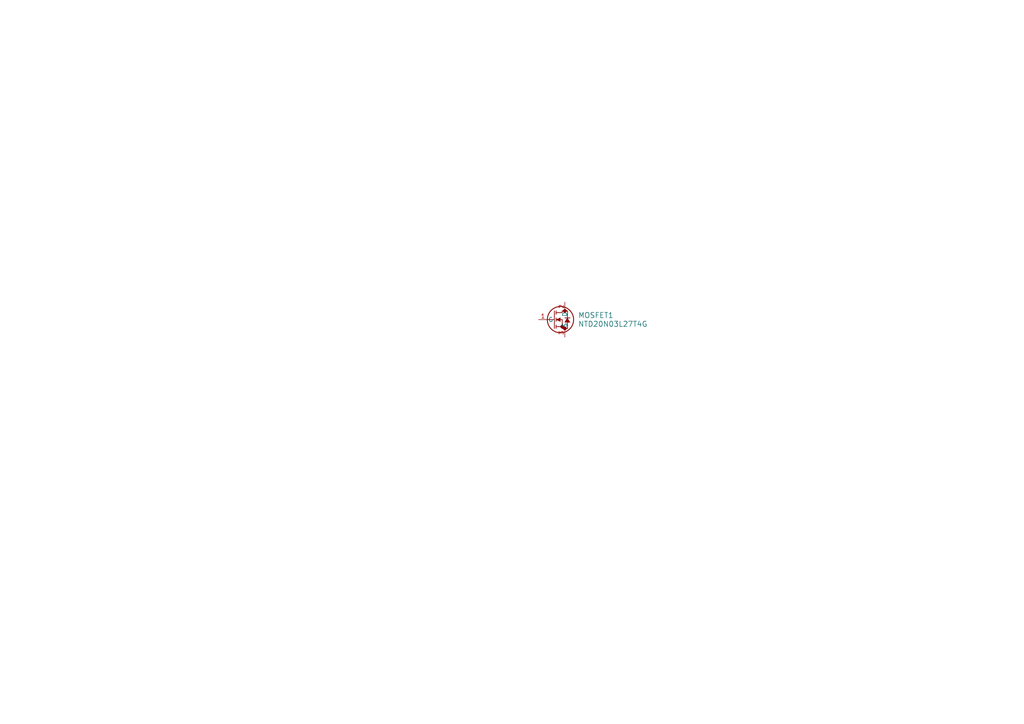
<source format=kicad_sch>
(kicad_sch (version 20231120) (generator "eeschema") (generator_version "8.0")
  (paper "A4")
  (lib_symbols
    (symbol "2025-12-30_20-21-14:NTD20N03L27T4G" (pin_names (offset 0.254))
      (property "Reference" "MOSFET" (at 11.43 1.905 0))
      (property "Value" "NTD20N03L27T4G" (at 11.43 -2.54 0))
      (symbol "NTD20N03L27T4G_0_1"
        (polyline (pts (xy 2.54 0) (xy 4.445 0)) (stroke (width 0.2032)))
        (polyline (pts (xy 4.572 -2.54) (xy 4.572 2.54)) (stroke (width 0.2032)))
        (polyline (pts (xy 5.08 -2.54) (xy 5.08 -1.524)) (stroke (width 0.2032)))
        (polyline (pts (xy 5.08 -2.032) (xy 6.858 -2.032)) (stroke (width 0.2032)))
        (polyline (pts (xy 5.08 -0.508) (xy 5.08 0.508)) (stroke (width 0.2032)))
        (polyline (pts (xy 5.08 1.524) (xy 5.08 2.54)) (stroke (width 0.2032)))
        (polyline (pts (xy 5.08 2.032) (xy 6.858 2.032)) (stroke (width 0.2032)))
        (polyline (pts (xy 6.35 0) (xy 6.858 0)) (stroke (width 0.2032)))
        (polyline (pts (xy 6.858 -2.54) (xy 6.858 0)) (stroke (width 0.2032)))
        (polyline (pts (xy 6.858 -2.54) (xy 8.382 -2.54)) (stroke (width 0.2032)))
        (polyline (pts (xy 6.858 2.032) (xy 6.858 2.54)) (stroke (width 0.2032)))
        (polyline (pts (xy 6.858 2.54) (xy 8.382 2.54)) (stroke (width 0.2032)))
        (polyline (pts (xy 8.382 -2.54) (xy 8.382 -0.762)) (stroke (width 0.2032)))
        (polyline (pts (xy 8.382 0.508) (xy 8.382 2.54)) (stroke (width 0.2032)))
        (polyline (pts (xy 9.144 0.508) (xy 7.62 0.508)) (stroke (width 0.2032)))
        (polyline (pts (xy 6.35 0.508) (xy 5.08 0) (xy 6.35 -0.508)) (fill (type outline)))
        (polyline (pts (xy 9.144 -0.762) (xy 7.62 -0.762) (xy 8.382 0.508)) (fill (type outline)))
        (circle (center 6.35 0) (radius 3.81) (stroke (width 0.254)))
        (circle (center 6.858 -2.032) (radius 0.0254) (stroke (width 0.508)))
        (circle (center 7.62 -2.54) (radius 0.0254) (stroke (width 0.508)))
        (circle (center 7.62 2.54) (radius 0.0254) (stroke (width 0.508)))
        (pin unspecified line (at 0 0 0) (length 2.54) (name "G") (number "1"))
        (pin unspecified line (at 7.62 5.08 270) (length 2.54) (name "D") (number "2"))
        (pin unspecified line (at 7.62 -5.08 90) (length 2.54) (name "S") (number "3"))
      )
    )
  )
  (symbol (lib_id "2025-12-30_20-21-14:NTD20N03L27T4G") (at 156.21 92.71 0) (unit 1)
    (property "Reference" "MOSFET1" (at 167.64 91.4399 0) (effects (font (size 1.524 1.524)) (justify left)))
    (property "Value" "NTD20N03L27T4G" (at 167.64 93.9799 0) (effects (font (size 1.524 1.524)) (justify left)))
    (property "Footprint" "DPAK_369C_ONS" (effects (hide yes)))
    (property "Datasheet" "NTD20N03L27T4G" (effects (hide yes)))
  )
)
</source>
